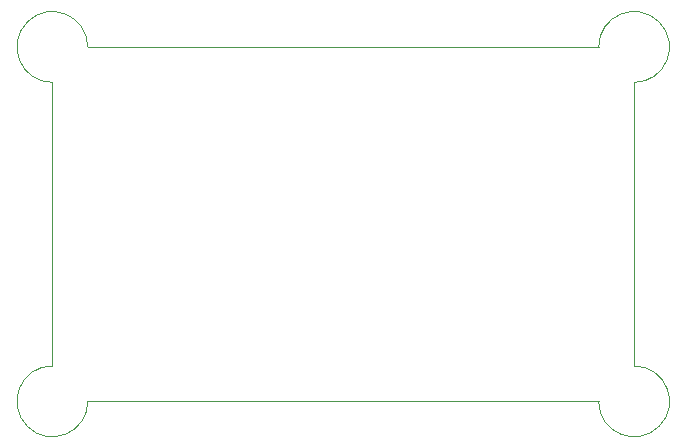
<source format=gbr>
%TF.GenerationSoftware,KiCad,Pcbnew,8.0.1*%
%TF.CreationDate,2024-05-14T10:30:11-07:00*%
%TF.ProjectId,mcu-datalogger,6d63752d-6461-4746-916c-6f676765722e,v0.1*%
%TF.SameCoordinates,Original*%
%TF.FileFunction,Profile,NP*%
%FSLAX46Y46*%
G04 Gerber Fmt 4.6, Leading zero omitted, Abs format (unit mm)*
G04 Created by KiCad (PCBNEW 8.0.1) date 2024-05-14 10:30:11*
%MOMM*%
%LPD*%
G01*
G04 APERTURE LIST*
%TA.AperFunction,Profile*%
%ADD10C,0.100000*%
%TD*%
G04 APERTURE END LIST*
D10*
X57750000Y-69500000D02*
X57750000Y-93500000D01*
X104000000Y-66500000D02*
G75*
G02*
X107000000Y-69500000I3000000J0D01*
G01*
X107000000Y-93500000D02*
G75*
G02*
X104000000Y-96500000I0J-3000000D01*
G01*
X107000000Y-93500000D02*
X107000000Y-69500000D01*
X60750000Y-96500000D02*
G75*
G02*
X57750000Y-93500000I-3000000J0D01*
G01*
X104000000Y-66500000D02*
X60750000Y-66500000D01*
X60750000Y-96500000D02*
X104000000Y-96500000D01*
X57750000Y-69500000D02*
G75*
G02*
X60750000Y-66500000I0J3000000D01*
G01*
M02*

</source>
